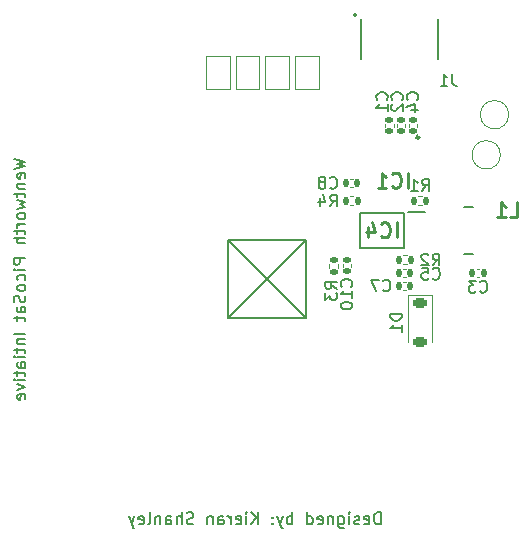
<source format=gbo>
G04 #@! TF.GenerationSoftware,KiCad,Pcbnew,7.0.2*
G04 #@! TF.CreationDate,2023-07-30T22:18:18-04:00*
G04 #@! TF.ProjectId,TopExternalFaceRev1,546f7045-7874-4657-926e-616c46616365,rev?*
G04 #@! TF.SameCoordinates,Original*
G04 #@! TF.FileFunction,Legend,Bot*
G04 #@! TF.FilePolarity,Positive*
%FSLAX46Y46*%
G04 Gerber Fmt 4.6, Leading zero omitted, Abs format (unit mm)*
G04 Created by KiCad (PCBNEW 7.0.2) date 2023-07-30 22:18:18*
%MOMM*%
%LPD*%
G01*
G04 APERTURE LIST*
G04 Aperture macros list*
%AMRoundRect*
0 Rectangle with rounded corners*
0 $1 Rounding radius*
0 $2 $3 $4 $5 $6 $7 $8 $9 X,Y pos of 4 corners*
0 Add a 4 corners polygon primitive as box body*
4,1,4,$2,$3,$4,$5,$6,$7,$8,$9,$2,$3,0*
0 Add four circle primitives for the rounded corners*
1,1,$1+$1,$2,$3*
1,1,$1+$1,$4,$5*
1,1,$1+$1,$6,$7*
1,1,$1+$1,$8,$9*
0 Add four rect primitives between the rounded corners*
20,1,$1+$1,$2,$3,$4,$5,0*
20,1,$1+$1,$4,$5,$6,$7,0*
20,1,$1+$1,$6,$7,$8,$9,0*
20,1,$1+$1,$8,$9,$2,$3,0*%
G04 Aperture macros list end*
%ADD10C,0.150000*%
%ADD11C,0.254000*%
%ADD12C,0.120000*%
%ADD13C,0.200000*%
%ADD14C,0.250000*%
%ADD15RoundRect,0.140000X-0.170000X0.140000X-0.170000X-0.140000X0.170000X-0.140000X0.170000X0.140000X0*%
%ADD16R,1.500000X1.000000*%
%ADD17C,2.000000*%
%ADD18RoundRect,0.135000X-0.135000X-0.185000X0.135000X-0.185000X0.135000X0.185000X-0.135000X0.185000X0*%
%ADD19R,0.740000X2.790000*%
%ADD20RoundRect,0.140000X0.140000X0.170000X-0.140000X0.170000X-0.140000X-0.170000X0.140000X-0.170000X0*%
%ADD21R,1.200000X3.700000*%
%ADD22RoundRect,0.140000X0.170000X-0.140000X0.170000X0.140000X-0.170000X0.140000X-0.170000X-0.140000X0*%
%ADD23RoundRect,0.135000X0.135000X0.185000X-0.135000X0.185000X-0.135000X-0.185000X0.135000X-0.185000X0*%
%ADD24RoundRect,0.140000X-0.140000X-0.170000X0.140000X-0.170000X0.140000X0.170000X-0.140000X0.170000X0*%
%ADD25R,0.700000X0.300000*%
%ADD26R,1.000000X1.700000*%
%ADD27RoundRect,0.135000X-0.185000X0.135000X-0.185000X-0.135000X0.185000X-0.135000X0.185000X0.135000X0*%
%ADD28R,1.475000X0.450000*%
%ADD29RoundRect,0.225000X-0.375000X0.225000X-0.375000X-0.225000X0.375000X-0.225000X0.375000X0.225000X0*%
G04 APERTURE END LIST*
D10*
X128600000Y-121800000D02*
X122000000Y-128400000D01*
X122000000Y-121800000D02*
X128600000Y-121800000D01*
X128600000Y-128400000D01*
X122000000Y-128400000D01*
X122000000Y-121800000D01*
X122000000Y-121800000D02*
X128600000Y-128400000D01*
X134961904Y-145877619D02*
X134961904Y-144877619D01*
X134961904Y-144877619D02*
X134723809Y-144877619D01*
X134723809Y-144877619D02*
X134580952Y-144925238D01*
X134580952Y-144925238D02*
X134485714Y-145020476D01*
X134485714Y-145020476D02*
X134438095Y-145115714D01*
X134438095Y-145115714D02*
X134390476Y-145306190D01*
X134390476Y-145306190D02*
X134390476Y-145449047D01*
X134390476Y-145449047D02*
X134438095Y-145639523D01*
X134438095Y-145639523D02*
X134485714Y-145734761D01*
X134485714Y-145734761D02*
X134580952Y-145830000D01*
X134580952Y-145830000D02*
X134723809Y-145877619D01*
X134723809Y-145877619D02*
X134961904Y-145877619D01*
X133580952Y-145830000D02*
X133676190Y-145877619D01*
X133676190Y-145877619D02*
X133866666Y-145877619D01*
X133866666Y-145877619D02*
X133961904Y-145830000D01*
X133961904Y-145830000D02*
X134009523Y-145734761D01*
X134009523Y-145734761D02*
X134009523Y-145353809D01*
X134009523Y-145353809D02*
X133961904Y-145258571D01*
X133961904Y-145258571D02*
X133866666Y-145210952D01*
X133866666Y-145210952D02*
X133676190Y-145210952D01*
X133676190Y-145210952D02*
X133580952Y-145258571D01*
X133580952Y-145258571D02*
X133533333Y-145353809D01*
X133533333Y-145353809D02*
X133533333Y-145449047D01*
X133533333Y-145449047D02*
X134009523Y-145544285D01*
X133152380Y-145830000D02*
X133057142Y-145877619D01*
X133057142Y-145877619D02*
X132866666Y-145877619D01*
X132866666Y-145877619D02*
X132771428Y-145830000D01*
X132771428Y-145830000D02*
X132723809Y-145734761D01*
X132723809Y-145734761D02*
X132723809Y-145687142D01*
X132723809Y-145687142D02*
X132771428Y-145591904D01*
X132771428Y-145591904D02*
X132866666Y-145544285D01*
X132866666Y-145544285D02*
X133009523Y-145544285D01*
X133009523Y-145544285D02*
X133104761Y-145496666D01*
X133104761Y-145496666D02*
X133152380Y-145401428D01*
X133152380Y-145401428D02*
X133152380Y-145353809D01*
X133152380Y-145353809D02*
X133104761Y-145258571D01*
X133104761Y-145258571D02*
X133009523Y-145210952D01*
X133009523Y-145210952D02*
X132866666Y-145210952D01*
X132866666Y-145210952D02*
X132771428Y-145258571D01*
X132295237Y-145877619D02*
X132295237Y-145210952D01*
X132295237Y-144877619D02*
X132342856Y-144925238D01*
X132342856Y-144925238D02*
X132295237Y-144972857D01*
X132295237Y-144972857D02*
X132247618Y-144925238D01*
X132247618Y-144925238D02*
X132295237Y-144877619D01*
X132295237Y-144877619D02*
X132295237Y-144972857D01*
X131390476Y-145210952D02*
X131390476Y-146020476D01*
X131390476Y-146020476D02*
X131438095Y-146115714D01*
X131438095Y-146115714D02*
X131485714Y-146163333D01*
X131485714Y-146163333D02*
X131580952Y-146210952D01*
X131580952Y-146210952D02*
X131723809Y-146210952D01*
X131723809Y-146210952D02*
X131819047Y-146163333D01*
X131390476Y-145830000D02*
X131485714Y-145877619D01*
X131485714Y-145877619D02*
X131676190Y-145877619D01*
X131676190Y-145877619D02*
X131771428Y-145830000D01*
X131771428Y-145830000D02*
X131819047Y-145782380D01*
X131819047Y-145782380D02*
X131866666Y-145687142D01*
X131866666Y-145687142D02*
X131866666Y-145401428D01*
X131866666Y-145401428D02*
X131819047Y-145306190D01*
X131819047Y-145306190D02*
X131771428Y-145258571D01*
X131771428Y-145258571D02*
X131676190Y-145210952D01*
X131676190Y-145210952D02*
X131485714Y-145210952D01*
X131485714Y-145210952D02*
X131390476Y-145258571D01*
X130914285Y-145210952D02*
X130914285Y-145877619D01*
X130914285Y-145306190D02*
X130866666Y-145258571D01*
X130866666Y-145258571D02*
X130771428Y-145210952D01*
X130771428Y-145210952D02*
X130628571Y-145210952D01*
X130628571Y-145210952D02*
X130533333Y-145258571D01*
X130533333Y-145258571D02*
X130485714Y-145353809D01*
X130485714Y-145353809D02*
X130485714Y-145877619D01*
X129628571Y-145830000D02*
X129723809Y-145877619D01*
X129723809Y-145877619D02*
X129914285Y-145877619D01*
X129914285Y-145877619D02*
X130009523Y-145830000D01*
X130009523Y-145830000D02*
X130057142Y-145734761D01*
X130057142Y-145734761D02*
X130057142Y-145353809D01*
X130057142Y-145353809D02*
X130009523Y-145258571D01*
X130009523Y-145258571D02*
X129914285Y-145210952D01*
X129914285Y-145210952D02*
X129723809Y-145210952D01*
X129723809Y-145210952D02*
X129628571Y-145258571D01*
X129628571Y-145258571D02*
X129580952Y-145353809D01*
X129580952Y-145353809D02*
X129580952Y-145449047D01*
X129580952Y-145449047D02*
X130057142Y-145544285D01*
X128723809Y-145877619D02*
X128723809Y-144877619D01*
X128723809Y-145830000D02*
X128819047Y-145877619D01*
X128819047Y-145877619D02*
X129009523Y-145877619D01*
X129009523Y-145877619D02*
X129104761Y-145830000D01*
X129104761Y-145830000D02*
X129152380Y-145782380D01*
X129152380Y-145782380D02*
X129199999Y-145687142D01*
X129199999Y-145687142D02*
X129199999Y-145401428D01*
X129199999Y-145401428D02*
X129152380Y-145306190D01*
X129152380Y-145306190D02*
X129104761Y-145258571D01*
X129104761Y-145258571D02*
X129009523Y-145210952D01*
X129009523Y-145210952D02*
X128819047Y-145210952D01*
X128819047Y-145210952D02*
X128723809Y-145258571D01*
X127485713Y-145877619D02*
X127485713Y-144877619D01*
X127485713Y-145258571D02*
X127390475Y-145210952D01*
X127390475Y-145210952D02*
X127199999Y-145210952D01*
X127199999Y-145210952D02*
X127104761Y-145258571D01*
X127104761Y-145258571D02*
X127057142Y-145306190D01*
X127057142Y-145306190D02*
X127009523Y-145401428D01*
X127009523Y-145401428D02*
X127009523Y-145687142D01*
X127009523Y-145687142D02*
X127057142Y-145782380D01*
X127057142Y-145782380D02*
X127104761Y-145830000D01*
X127104761Y-145830000D02*
X127199999Y-145877619D01*
X127199999Y-145877619D02*
X127390475Y-145877619D01*
X127390475Y-145877619D02*
X127485713Y-145830000D01*
X126676189Y-145210952D02*
X126438094Y-145877619D01*
X126199999Y-145210952D02*
X126438094Y-145877619D01*
X126438094Y-145877619D02*
X126533332Y-146115714D01*
X126533332Y-146115714D02*
X126580951Y-146163333D01*
X126580951Y-146163333D02*
X126676189Y-146210952D01*
X125819046Y-145782380D02*
X125771427Y-145830000D01*
X125771427Y-145830000D02*
X125819046Y-145877619D01*
X125819046Y-145877619D02*
X125866665Y-145830000D01*
X125866665Y-145830000D02*
X125819046Y-145782380D01*
X125819046Y-145782380D02*
X125819046Y-145877619D01*
X125819046Y-145258571D02*
X125771427Y-145306190D01*
X125771427Y-145306190D02*
X125819046Y-145353809D01*
X125819046Y-145353809D02*
X125866665Y-145306190D01*
X125866665Y-145306190D02*
X125819046Y-145258571D01*
X125819046Y-145258571D02*
X125819046Y-145353809D01*
X124580951Y-145877619D02*
X124580951Y-144877619D01*
X124009523Y-145877619D02*
X124438094Y-145306190D01*
X124009523Y-144877619D02*
X124580951Y-145449047D01*
X123580951Y-145877619D02*
X123580951Y-145210952D01*
X123580951Y-144877619D02*
X123628570Y-144925238D01*
X123628570Y-144925238D02*
X123580951Y-144972857D01*
X123580951Y-144972857D02*
X123533332Y-144925238D01*
X123533332Y-144925238D02*
X123580951Y-144877619D01*
X123580951Y-144877619D02*
X123580951Y-144972857D01*
X122723809Y-145830000D02*
X122819047Y-145877619D01*
X122819047Y-145877619D02*
X123009523Y-145877619D01*
X123009523Y-145877619D02*
X123104761Y-145830000D01*
X123104761Y-145830000D02*
X123152380Y-145734761D01*
X123152380Y-145734761D02*
X123152380Y-145353809D01*
X123152380Y-145353809D02*
X123104761Y-145258571D01*
X123104761Y-145258571D02*
X123009523Y-145210952D01*
X123009523Y-145210952D02*
X122819047Y-145210952D01*
X122819047Y-145210952D02*
X122723809Y-145258571D01*
X122723809Y-145258571D02*
X122676190Y-145353809D01*
X122676190Y-145353809D02*
X122676190Y-145449047D01*
X122676190Y-145449047D02*
X123152380Y-145544285D01*
X122247618Y-145877619D02*
X122247618Y-145210952D01*
X122247618Y-145401428D02*
X122199999Y-145306190D01*
X122199999Y-145306190D02*
X122152380Y-145258571D01*
X122152380Y-145258571D02*
X122057142Y-145210952D01*
X122057142Y-145210952D02*
X121961904Y-145210952D01*
X121199999Y-145877619D02*
X121199999Y-145353809D01*
X121199999Y-145353809D02*
X121247618Y-145258571D01*
X121247618Y-145258571D02*
X121342856Y-145210952D01*
X121342856Y-145210952D02*
X121533332Y-145210952D01*
X121533332Y-145210952D02*
X121628570Y-145258571D01*
X121199999Y-145830000D02*
X121295237Y-145877619D01*
X121295237Y-145877619D02*
X121533332Y-145877619D01*
X121533332Y-145877619D02*
X121628570Y-145830000D01*
X121628570Y-145830000D02*
X121676189Y-145734761D01*
X121676189Y-145734761D02*
X121676189Y-145639523D01*
X121676189Y-145639523D02*
X121628570Y-145544285D01*
X121628570Y-145544285D02*
X121533332Y-145496666D01*
X121533332Y-145496666D02*
X121295237Y-145496666D01*
X121295237Y-145496666D02*
X121199999Y-145449047D01*
X120723808Y-145210952D02*
X120723808Y-145877619D01*
X120723808Y-145306190D02*
X120676189Y-145258571D01*
X120676189Y-145258571D02*
X120580951Y-145210952D01*
X120580951Y-145210952D02*
X120438094Y-145210952D01*
X120438094Y-145210952D02*
X120342856Y-145258571D01*
X120342856Y-145258571D02*
X120295237Y-145353809D01*
X120295237Y-145353809D02*
X120295237Y-145877619D01*
X119104760Y-145830000D02*
X118961903Y-145877619D01*
X118961903Y-145877619D02*
X118723808Y-145877619D01*
X118723808Y-145877619D02*
X118628570Y-145830000D01*
X118628570Y-145830000D02*
X118580951Y-145782380D01*
X118580951Y-145782380D02*
X118533332Y-145687142D01*
X118533332Y-145687142D02*
X118533332Y-145591904D01*
X118533332Y-145591904D02*
X118580951Y-145496666D01*
X118580951Y-145496666D02*
X118628570Y-145449047D01*
X118628570Y-145449047D02*
X118723808Y-145401428D01*
X118723808Y-145401428D02*
X118914284Y-145353809D01*
X118914284Y-145353809D02*
X119009522Y-145306190D01*
X119009522Y-145306190D02*
X119057141Y-145258571D01*
X119057141Y-145258571D02*
X119104760Y-145163333D01*
X119104760Y-145163333D02*
X119104760Y-145068095D01*
X119104760Y-145068095D02*
X119057141Y-144972857D01*
X119057141Y-144972857D02*
X119009522Y-144925238D01*
X119009522Y-144925238D02*
X118914284Y-144877619D01*
X118914284Y-144877619D02*
X118676189Y-144877619D01*
X118676189Y-144877619D02*
X118533332Y-144925238D01*
X118104760Y-145877619D02*
X118104760Y-144877619D01*
X117676189Y-145877619D02*
X117676189Y-145353809D01*
X117676189Y-145353809D02*
X117723808Y-145258571D01*
X117723808Y-145258571D02*
X117819046Y-145210952D01*
X117819046Y-145210952D02*
X117961903Y-145210952D01*
X117961903Y-145210952D02*
X118057141Y-145258571D01*
X118057141Y-145258571D02*
X118104760Y-145306190D01*
X116771427Y-145877619D02*
X116771427Y-145353809D01*
X116771427Y-145353809D02*
X116819046Y-145258571D01*
X116819046Y-145258571D02*
X116914284Y-145210952D01*
X116914284Y-145210952D02*
X117104760Y-145210952D01*
X117104760Y-145210952D02*
X117199998Y-145258571D01*
X116771427Y-145830000D02*
X116866665Y-145877619D01*
X116866665Y-145877619D02*
X117104760Y-145877619D01*
X117104760Y-145877619D02*
X117199998Y-145830000D01*
X117199998Y-145830000D02*
X117247617Y-145734761D01*
X117247617Y-145734761D02*
X117247617Y-145639523D01*
X117247617Y-145639523D02*
X117199998Y-145544285D01*
X117199998Y-145544285D02*
X117104760Y-145496666D01*
X117104760Y-145496666D02*
X116866665Y-145496666D01*
X116866665Y-145496666D02*
X116771427Y-145449047D01*
X116295236Y-145210952D02*
X116295236Y-145877619D01*
X116295236Y-145306190D02*
X116247617Y-145258571D01*
X116247617Y-145258571D02*
X116152379Y-145210952D01*
X116152379Y-145210952D02*
X116009522Y-145210952D01*
X116009522Y-145210952D02*
X115914284Y-145258571D01*
X115914284Y-145258571D02*
X115866665Y-145353809D01*
X115866665Y-145353809D02*
X115866665Y-145877619D01*
X115247617Y-145877619D02*
X115342855Y-145830000D01*
X115342855Y-145830000D02*
X115390474Y-145734761D01*
X115390474Y-145734761D02*
X115390474Y-144877619D01*
X114485712Y-145830000D02*
X114580950Y-145877619D01*
X114580950Y-145877619D02*
X114771426Y-145877619D01*
X114771426Y-145877619D02*
X114866664Y-145830000D01*
X114866664Y-145830000D02*
X114914283Y-145734761D01*
X114914283Y-145734761D02*
X114914283Y-145353809D01*
X114914283Y-145353809D02*
X114866664Y-145258571D01*
X114866664Y-145258571D02*
X114771426Y-145210952D01*
X114771426Y-145210952D02*
X114580950Y-145210952D01*
X114580950Y-145210952D02*
X114485712Y-145258571D01*
X114485712Y-145258571D02*
X114438093Y-145353809D01*
X114438093Y-145353809D02*
X114438093Y-145449047D01*
X114438093Y-145449047D02*
X114914283Y-145544285D01*
X114104759Y-145210952D02*
X113866664Y-145877619D01*
X113628569Y-145210952D02*
X113866664Y-145877619D01*
X113866664Y-145877619D02*
X113961902Y-146115714D01*
X113961902Y-146115714D02*
X114009521Y-146163333D01*
X114009521Y-146163333D02*
X114104759Y-146210952D01*
X103877619Y-114942857D02*
X104877619Y-115180952D01*
X104877619Y-115180952D02*
X104163333Y-115371428D01*
X104163333Y-115371428D02*
X104877619Y-115561904D01*
X104877619Y-115561904D02*
X103877619Y-115800000D01*
X104830000Y-116561904D02*
X104877619Y-116466666D01*
X104877619Y-116466666D02*
X104877619Y-116276190D01*
X104877619Y-116276190D02*
X104830000Y-116180952D01*
X104830000Y-116180952D02*
X104734761Y-116133333D01*
X104734761Y-116133333D02*
X104353809Y-116133333D01*
X104353809Y-116133333D02*
X104258571Y-116180952D01*
X104258571Y-116180952D02*
X104210952Y-116276190D01*
X104210952Y-116276190D02*
X104210952Y-116466666D01*
X104210952Y-116466666D02*
X104258571Y-116561904D01*
X104258571Y-116561904D02*
X104353809Y-116609523D01*
X104353809Y-116609523D02*
X104449047Y-116609523D01*
X104449047Y-116609523D02*
X104544285Y-116133333D01*
X104210952Y-117038095D02*
X104877619Y-117038095D01*
X104306190Y-117038095D02*
X104258571Y-117085714D01*
X104258571Y-117085714D02*
X104210952Y-117180952D01*
X104210952Y-117180952D02*
X104210952Y-117323809D01*
X104210952Y-117323809D02*
X104258571Y-117419047D01*
X104258571Y-117419047D02*
X104353809Y-117466666D01*
X104353809Y-117466666D02*
X104877619Y-117466666D01*
X104210952Y-117800000D02*
X104210952Y-118180952D01*
X103877619Y-117942857D02*
X104734761Y-117942857D01*
X104734761Y-117942857D02*
X104830000Y-117990476D01*
X104830000Y-117990476D02*
X104877619Y-118085714D01*
X104877619Y-118085714D02*
X104877619Y-118180952D01*
X104210952Y-118419048D02*
X104877619Y-118609524D01*
X104877619Y-118609524D02*
X104401428Y-118800000D01*
X104401428Y-118800000D02*
X104877619Y-118990476D01*
X104877619Y-118990476D02*
X104210952Y-119180952D01*
X104877619Y-119704762D02*
X104830000Y-119609524D01*
X104830000Y-119609524D02*
X104782380Y-119561905D01*
X104782380Y-119561905D02*
X104687142Y-119514286D01*
X104687142Y-119514286D02*
X104401428Y-119514286D01*
X104401428Y-119514286D02*
X104306190Y-119561905D01*
X104306190Y-119561905D02*
X104258571Y-119609524D01*
X104258571Y-119609524D02*
X104210952Y-119704762D01*
X104210952Y-119704762D02*
X104210952Y-119847619D01*
X104210952Y-119847619D02*
X104258571Y-119942857D01*
X104258571Y-119942857D02*
X104306190Y-119990476D01*
X104306190Y-119990476D02*
X104401428Y-120038095D01*
X104401428Y-120038095D02*
X104687142Y-120038095D01*
X104687142Y-120038095D02*
X104782380Y-119990476D01*
X104782380Y-119990476D02*
X104830000Y-119942857D01*
X104830000Y-119942857D02*
X104877619Y-119847619D01*
X104877619Y-119847619D02*
X104877619Y-119704762D01*
X104877619Y-120466667D02*
X104210952Y-120466667D01*
X104401428Y-120466667D02*
X104306190Y-120514286D01*
X104306190Y-120514286D02*
X104258571Y-120561905D01*
X104258571Y-120561905D02*
X104210952Y-120657143D01*
X104210952Y-120657143D02*
X104210952Y-120752381D01*
X104210952Y-120942858D02*
X104210952Y-121323810D01*
X103877619Y-121085715D02*
X104734761Y-121085715D01*
X104734761Y-121085715D02*
X104830000Y-121133334D01*
X104830000Y-121133334D02*
X104877619Y-121228572D01*
X104877619Y-121228572D02*
X104877619Y-121323810D01*
X104877619Y-121657144D02*
X103877619Y-121657144D01*
X104877619Y-122085715D02*
X104353809Y-122085715D01*
X104353809Y-122085715D02*
X104258571Y-122038096D01*
X104258571Y-122038096D02*
X104210952Y-121942858D01*
X104210952Y-121942858D02*
X104210952Y-121800001D01*
X104210952Y-121800001D02*
X104258571Y-121704763D01*
X104258571Y-121704763D02*
X104306190Y-121657144D01*
X104877619Y-123323811D02*
X103877619Y-123323811D01*
X103877619Y-123323811D02*
X103877619Y-123704763D01*
X103877619Y-123704763D02*
X103925238Y-123800001D01*
X103925238Y-123800001D02*
X103972857Y-123847620D01*
X103972857Y-123847620D02*
X104068095Y-123895239D01*
X104068095Y-123895239D02*
X104210952Y-123895239D01*
X104210952Y-123895239D02*
X104306190Y-123847620D01*
X104306190Y-123847620D02*
X104353809Y-123800001D01*
X104353809Y-123800001D02*
X104401428Y-123704763D01*
X104401428Y-123704763D02*
X104401428Y-123323811D01*
X104877619Y-124323811D02*
X104210952Y-124323811D01*
X103877619Y-124323811D02*
X103925238Y-124276192D01*
X103925238Y-124276192D02*
X103972857Y-124323811D01*
X103972857Y-124323811D02*
X103925238Y-124371430D01*
X103925238Y-124371430D02*
X103877619Y-124323811D01*
X103877619Y-124323811D02*
X103972857Y-124323811D01*
X104830000Y-125228572D02*
X104877619Y-125133334D01*
X104877619Y-125133334D02*
X104877619Y-124942858D01*
X104877619Y-124942858D02*
X104830000Y-124847620D01*
X104830000Y-124847620D02*
X104782380Y-124800001D01*
X104782380Y-124800001D02*
X104687142Y-124752382D01*
X104687142Y-124752382D02*
X104401428Y-124752382D01*
X104401428Y-124752382D02*
X104306190Y-124800001D01*
X104306190Y-124800001D02*
X104258571Y-124847620D01*
X104258571Y-124847620D02*
X104210952Y-124942858D01*
X104210952Y-124942858D02*
X104210952Y-125133334D01*
X104210952Y-125133334D02*
X104258571Y-125228572D01*
X104877619Y-125800001D02*
X104830000Y-125704763D01*
X104830000Y-125704763D02*
X104782380Y-125657144D01*
X104782380Y-125657144D02*
X104687142Y-125609525D01*
X104687142Y-125609525D02*
X104401428Y-125609525D01*
X104401428Y-125609525D02*
X104306190Y-125657144D01*
X104306190Y-125657144D02*
X104258571Y-125704763D01*
X104258571Y-125704763D02*
X104210952Y-125800001D01*
X104210952Y-125800001D02*
X104210952Y-125942858D01*
X104210952Y-125942858D02*
X104258571Y-126038096D01*
X104258571Y-126038096D02*
X104306190Y-126085715D01*
X104306190Y-126085715D02*
X104401428Y-126133334D01*
X104401428Y-126133334D02*
X104687142Y-126133334D01*
X104687142Y-126133334D02*
X104782380Y-126085715D01*
X104782380Y-126085715D02*
X104830000Y-126038096D01*
X104830000Y-126038096D02*
X104877619Y-125942858D01*
X104877619Y-125942858D02*
X104877619Y-125800001D01*
X104830000Y-126514287D02*
X104877619Y-126657144D01*
X104877619Y-126657144D02*
X104877619Y-126895239D01*
X104877619Y-126895239D02*
X104830000Y-126990477D01*
X104830000Y-126990477D02*
X104782380Y-127038096D01*
X104782380Y-127038096D02*
X104687142Y-127085715D01*
X104687142Y-127085715D02*
X104591904Y-127085715D01*
X104591904Y-127085715D02*
X104496666Y-127038096D01*
X104496666Y-127038096D02*
X104449047Y-126990477D01*
X104449047Y-126990477D02*
X104401428Y-126895239D01*
X104401428Y-126895239D02*
X104353809Y-126704763D01*
X104353809Y-126704763D02*
X104306190Y-126609525D01*
X104306190Y-126609525D02*
X104258571Y-126561906D01*
X104258571Y-126561906D02*
X104163333Y-126514287D01*
X104163333Y-126514287D02*
X104068095Y-126514287D01*
X104068095Y-126514287D02*
X103972857Y-126561906D01*
X103972857Y-126561906D02*
X103925238Y-126609525D01*
X103925238Y-126609525D02*
X103877619Y-126704763D01*
X103877619Y-126704763D02*
X103877619Y-126942858D01*
X103877619Y-126942858D02*
X103925238Y-127085715D01*
X104877619Y-127942858D02*
X104353809Y-127942858D01*
X104353809Y-127942858D02*
X104258571Y-127895239D01*
X104258571Y-127895239D02*
X104210952Y-127800001D01*
X104210952Y-127800001D02*
X104210952Y-127609525D01*
X104210952Y-127609525D02*
X104258571Y-127514287D01*
X104830000Y-127942858D02*
X104877619Y-127847620D01*
X104877619Y-127847620D02*
X104877619Y-127609525D01*
X104877619Y-127609525D02*
X104830000Y-127514287D01*
X104830000Y-127514287D02*
X104734761Y-127466668D01*
X104734761Y-127466668D02*
X104639523Y-127466668D01*
X104639523Y-127466668D02*
X104544285Y-127514287D01*
X104544285Y-127514287D02*
X104496666Y-127609525D01*
X104496666Y-127609525D02*
X104496666Y-127847620D01*
X104496666Y-127847620D02*
X104449047Y-127942858D01*
X104210952Y-128276192D02*
X104210952Y-128657144D01*
X103877619Y-128419049D02*
X104734761Y-128419049D01*
X104734761Y-128419049D02*
X104830000Y-128466668D01*
X104830000Y-128466668D02*
X104877619Y-128561906D01*
X104877619Y-128561906D02*
X104877619Y-128657144D01*
X104877619Y-129752383D02*
X103877619Y-129752383D01*
X104210952Y-130228573D02*
X104877619Y-130228573D01*
X104306190Y-130228573D02*
X104258571Y-130276192D01*
X104258571Y-130276192D02*
X104210952Y-130371430D01*
X104210952Y-130371430D02*
X104210952Y-130514287D01*
X104210952Y-130514287D02*
X104258571Y-130609525D01*
X104258571Y-130609525D02*
X104353809Y-130657144D01*
X104353809Y-130657144D02*
X104877619Y-130657144D01*
X104210952Y-130990478D02*
X104210952Y-131371430D01*
X103877619Y-131133335D02*
X104734761Y-131133335D01*
X104734761Y-131133335D02*
X104830000Y-131180954D01*
X104830000Y-131180954D02*
X104877619Y-131276192D01*
X104877619Y-131276192D02*
X104877619Y-131371430D01*
X104877619Y-131704764D02*
X104210952Y-131704764D01*
X103877619Y-131704764D02*
X103925238Y-131657145D01*
X103925238Y-131657145D02*
X103972857Y-131704764D01*
X103972857Y-131704764D02*
X103925238Y-131752383D01*
X103925238Y-131752383D02*
X103877619Y-131704764D01*
X103877619Y-131704764D02*
X103972857Y-131704764D01*
X104877619Y-132609525D02*
X104353809Y-132609525D01*
X104353809Y-132609525D02*
X104258571Y-132561906D01*
X104258571Y-132561906D02*
X104210952Y-132466668D01*
X104210952Y-132466668D02*
X104210952Y-132276192D01*
X104210952Y-132276192D02*
X104258571Y-132180954D01*
X104830000Y-132609525D02*
X104877619Y-132514287D01*
X104877619Y-132514287D02*
X104877619Y-132276192D01*
X104877619Y-132276192D02*
X104830000Y-132180954D01*
X104830000Y-132180954D02*
X104734761Y-132133335D01*
X104734761Y-132133335D02*
X104639523Y-132133335D01*
X104639523Y-132133335D02*
X104544285Y-132180954D01*
X104544285Y-132180954D02*
X104496666Y-132276192D01*
X104496666Y-132276192D02*
X104496666Y-132514287D01*
X104496666Y-132514287D02*
X104449047Y-132609525D01*
X104210952Y-132942859D02*
X104210952Y-133323811D01*
X103877619Y-133085716D02*
X104734761Y-133085716D01*
X104734761Y-133085716D02*
X104830000Y-133133335D01*
X104830000Y-133133335D02*
X104877619Y-133228573D01*
X104877619Y-133228573D02*
X104877619Y-133323811D01*
X104877619Y-133657145D02*
X104210952Y-133657145D01*
X103877619Y-133657145D02*
X103925238Y-133609526D01*
X103925238Y-133609526D02*
X103972857Y-133657145D01*
X103972857Y-133657145D02*
X103925238Y-133704764D01*
X103925238Y-133704764D02*
X103877619Y-133657145D01*
X103877619Y-133657145D02*
X103972857Y-133657145D01*
X104210952Y-134038097D02*
X104877619Y-134276192D01*
X104877619Y-134276192D02*
X104210952Y-134514287D01*
X104830000Y-135276192D02*
X104877619Y-135180954D01*
X104877619Y-135180954D02*
X104877619Y-134990478D01*
X104877619Y-134990478D02*
X104830000Y-134895240D01*
X104830000Y-134895240D02*
X104734761Y-134847621D01*
X104734761Y-134847621D02*
X104353809Y-134847621D01*
X104353809Y-134847621D02*
X104258571Y-134895240D01*
X104258571Y-134895240D02*
X104210952Y-134990478D01*
X104210952Y-134990478D02*
X104210952Y-135180954D01*
X104210952Y-135180954D02*
X104258571Y-135276192D01*
X104258571Y-135276192D02*
X104353809Y-135323811D01*
X104353809Y-135323811D02*
X104449047Y-135323811D01*
X104449047Y-135323811D02*
X104544285Y-134847621D01*
X132467380Y-125757142D02*
X132515000Y-125709523D01*
X132515000Y-125709523D02*
X132562619Y-125566666D01*
X132562619Y-125566666D02*
X132562619Y-125471428D01*
X132562619Y-125471428D02*
X132515000Y-125328571D01*
X132515000Y-125328571D02*
X132419761Y-125233333D01*
X132419761Y-125233333D02*
X132324523Y-125185714D01*
X132324523Y-125185714D02*
X132134047Y-125138095D01*
X132134047Y-125138095D02*
X131991190Y-125138095D01*
X131991190Y-125138095D02*
X131800714Y-125185714D01*
X131800714Y-125185714D02*
X131705476Y-125233333D01*
X131705476Y-125233333D02*
X131610238Y-125328571D01*
X131610238Y-125328571D02*
X131562619Y-125471428D01*
X131562619Y-125471428D02*
X131562619Y-125566666D01*
X131562619Y-125566666D02*
X131610238Y-125709523D01*
X131610238Y-125709523D02*
X131657857Y-125757142D01*
X132562619Y-126709523D02*
X132562619Y-126138095D01*
X132562619Y-126423809D02*
X131562619Y-126423809D01*
X131562619Y-126423809D02*
X131705476Y-126328571D01*
X131705476Y-126328571D02*
X131800714Y-126233333D01*
X131800714Y-126233333D02*
X131848333Y-126138095D01*
X131562619Y-127328571D02*
X131562619Y-127423809D01*
X131562619Y-127423809D02*
X131610238Y-127519047D01*
X131610238Y-127519047D02*
X131657857Y-127566666D01*
X131657857Y-127566666D02*
X131753095Y-127614285D01*
X131753095Y-127614285D02*
X131943571Y-127661904D01*
X131943571Y-127661904D02*
X132181666Y-127661904D01*
X132181666Y-127661904D02*
X132372142Y-127614285D01*
X132372142Y-127614285D02*
X132467380Y-127566666D01*
X132467380Y-127566666D02*
X132515000Y-127519047D01*
X132515000Y-127519047D02*
X132562619Y-127423809D01*
X132562619Y-127423809D02*
X132562619Y-127328571D01*
X132562619Y-127328571D02*
X132515000Y-127233333D01*
X132515000Y-127233333D02*
X132467380Y-127185714D01*
X132467380Y-127185714D02*
X132372142Y-127138095D01*
X132372142Y-127138095D02*
X132181666Y-127090476D01*
X132181666Y-127090476D02*
X131943571Y-127090476D01*
X131943571Y-127090476D02*
X131753095Y-127138095D01*
X131753095Y-127138095D02*
X131657857Y-127185714D01*
X131657857Y-127185714D02*
X131610238Y-127233333D01*
X131610238Y-127233333D02*
X131562619Y-127328571D01*
X138476666Y-117662619D02*
X138809999Y-117186428D01*
X139048094Y-117662619D02*
X139048094Y-116662619D01*
X139048094Y-116662619D02*
X138667142Y-116662619D01*
X138667142Y-116662619D02*
X138571904Y-116710238D01*
X138571904Y-116710238D02*
X138524285Y-116757857D01*
X138524285Y-116757857D02*
X138476666Y-116853095D01*
X138476666Y-116853095D02*
X138476666Y-116995952D01*
X138476666Y-116995952D02*
X138524285Y-117091190D01*
X138524285Y-117091190D02*
X138571904Y-117138809D01*
X138571904Y-117138809D02*
X138667142Y-117186428D01*
X138667142Y-117186428D02*
X139048094Y-117186428D01*
X137524285Y-117662619D02*
X138095713Y-117662619D01*
X137809999Y-117662619D02*
X137809999Y-116662619D01*
X137809999Y-116662619D02*
X137905237Y-116805476D01*
X137905237Y-116805476D02*
X138000475Y-116900714D01*
X138000475Y-116900714D02*
X138095713Y-116948333D01*
X141033333Y-107762619D02*
X141033333Y-108476904D01*
X141033333Y-108476904D02*
X141080952Y-108619761D01*
X141080952Y-108619761D02*
X141176190Y-108715000D01*
X141176190Y-108715000D02*
X141319047Y-108762619D01*
X141319047Y-108762619D02*
X141414285Y-108762619D01*
X140033333Y-108762619D02*
X140604761Y-108762619D01*
X140319047Y-108762619D02*
X140319047Y-107762619D01*
X140319047Y-107762619D02*
X140414285Y-107905476D01*
X140414285Y-107905476D02*
X140509523Y-108000714D01*
X140509523Y-108000714D02*
X140604761Y-108048333D01*
X138067380Y-109933333D02*
X138115000Y-109885714D01*
X138115000Y-109885714D02*
X138162619Y-109742857D01*
X138162619Y-109742857D02*
X138162619Y-109647619D01*
X138162619Y-109647619D02*
X138115000Y-109504762D01*
X138115000Y-109504762D02*
X138019761Y-109409524D01*
X138019761Y-109409524D02*
X137924523Y-109361905D01*
X137924523Y-109361905D02*
X137734047Y-109314286D01*
X137734047Y-109314286D02*
X137591190Y-109314286D01*
X137591190Y-109314286D02*
X137400714Y-109361905D01*
X137400714Y-109361905D02*
X137305476Y-109409524D01*
X137305476Y-109409524D02*
X137210238Y-109504762D01*
X137210238Y-109504762D02*
X137162619Y-109647619D01*
X137162619Y-109647619D02*
X137162619Y-109742857D01*
X137162619Y-109742857D02*
X137210238Y-109885714D01*
X137210238Y-109885714D02*
X137257857Y-109933333D01*
X137495952Y-110790476D02*
X138162619Y-110790476D01*
X137115000Y-110552381D02*
X137829285Y-110314286D01*
X137829285Y-110314286D02*
X137829285Y-110933333D01*
X135166666Y-126067380D02*
X135214285Y-126115000D01*
X135214285Y-126115000D02*
X135357142Y-126162619D01*
X135357142Y-126162619D02*
X135452380Y-126162619D01*
X135452380Y-126162619D02*
X135595237Y-126115000D01*
X135595237Y-126115000D02*
X135690475Y-126019761D01*
X135690475Y-126019761D02*
X135738094Y-125924523D01*
X135738094Y-125924523D02*
X135785713Y-125734047D01*
X135785713Y-125734047D02*
X135785713Y-125591190D01*
X135785713Y-125591190D02*
X135738094Y-125400714D01*
X135738094Y-125400714D02*
X135690475Y-125305476D01*
X135690475Y-125305476D02*
X135595237Y-125210238D01*
X135595237Y-125210238D02*
X135452380Y-125162619D01*
X135452380Y-125162619D02*
X135357142Y-125162619D01*
X135357142Y-125162619D02*
X135214285Y-125210238D01*
X135214285Y-125210238D02*
X135166666Y-125257857D01*
X134833332Y-125162619D02*
X134166666Y-125162619D01*
X134166666Y-125162619D02*
X134595237Y-126162619D01*
D11*
X145911666Y-119887526D02*
X146516428Y-119887526D01*
X146516428Y-119887526D02*
X146516428Y-118617526D01*
X144823094Y-119887526D02*
X145548809Y-119887526D01*
X145185952Y-119887526D02*
X145185952Y-118617526D01*
X145185952Y-118617526D02*
X145306904Y-118798954D01*
X145306904Y-118798954D02*
X145427856Y-118919907D01*
X145427856Y-118919907D02*
X145548809Y-118980383D01*
D10*
X135467380Y-109933333D02*
X135515000Y-109885714D01*
X135515000Y-109885714D02*
X135562619Y-109742857D01*
X135562619Y-109742857D02*
X135562619Y-109647619D01*
X135562619Y-109647619D02*
X135515000Y-109504762D01*
X135515000Y-109504762D02*
X135419761Y-109409524D01*
X135419761Y-109409524D02*
X135324523Y-109361905D01*
X135324523Y-109361905D02*
X135134047Y-109314286D01*
X135134047Y-109314286D02*
X134991190Y-109314286D01*
X134991190Y-109314286D02*
X134800714Y-109361905D01*
X134800714Y-109361905D02*
X134705476Y-109409524D01*
X134705476Y-109409524D02*
X134610238Y-109504762D01*
X134610238Y-109504762D02*
X134562619Y-109647619D01*
X134562619Y-109647619D02*
X134562619Y-109742857D01*
X134562619Y-109742857D02*
X134610238Y-109885714D01*
X134610238Y-109885714D02*
X134657857Y-109933333D01*
X135562619Y-110885714D02*
X135562619Y-110314286D01*
X135562619Y-110600000D02*
X134562619Y-110600000D01*
X134562619Y-110600000D02*
X134705476Y-110504762D01*
X134705476Y-110504762D02*
X134800714Y-110409524D01*
X134800714Y-110409524D02*
X134848333Y-110314286D01*
X139366666Y-123962619D02*
X139699999Y-123486428D01*
X139938094Y-123962619D02*
X139938094Y-122962619D01*
X139938094Y-122962619D02*
X139557142Y-122962619D01*
X139557142Y-122962619D02*
X139461904Y-123010238D01*
X139461904Y-123010238D02*
X139414285Y-123057857D01*
X139414285Y-123057857D02*
X139366666Y-123153095D01*
X139366666Y-123153095D02*
X139366666Y-123295952D01*
X139366666Y-123295952D02*
X139414285Y-123391190D01*
X139414285Y-123391190D02*
X139461904Y-123438809D01*
X139461904Y-123438809D02*
X139557142Y-123486428D01*
X139557142Y-123486428D02*
X139938094Y-123486428D01*
X138985713Y-123057857D02*
X138938094Y-123010238D01*
X138938094Y-123010238D02*
X138842856Y-122962619D01*
X138842856Y-122962619D02*
X138604761Y-122962619D01*
X138604761Y-122962619D02*
X138509523Y-123010238D01*
X138509523Y-123010238D02*
X138461904Y-123057857D01*
X138461904Y-123057857D02*
X138414285Y-123153095D01*
X138414285Y-123153095D02*
X138414285Y-123248333D01*
X138414285Y-123248333D02*
X138461904Y-123391190D01*
X138461904Y-123391190D02*
X139033332Y-123962619D01*
X139033332Y-123962619D02*
X138414285Y-123962619D01*
X143366666Y-126167380D02*
X143414285Y-126215000D01*
X143414285Y-126215000D02*
X143557142Y-126262619D01*
X143557142Y-126262619D02*
X143652380Y-126262619D01*
X143652380Y-126262619D02*
X143795237Y-126215000D01*
X143795237Y-126215000D02*
X143890475Y-126119761D01*
X143890475Y-126119761D02*
X143938094Y-126024523D01*
X143938094Y-126024523D02*
X143985713Y-125834047D01*
X143985713Y-125834047D02*
X143985713Y-125691190D01*
X143985713Y-125691190D02*
X143938094Y-125500714D01*
X143938094Y-125500714D02*
X143890475Y-125405476D01*
X143890475Y-125405476D02*
X143795237Y-125310238D01*
X143795237Y-125310238D02*
X143652380Y-125262619D01*
X143652380Y-125262619D02*
X143557142Y-125262619D01*
X143557142Y-125262619D02*
X143414285Y-125310238D01*
X143414285Y-125310238D02*
X143366666Y-125357857D01*
X143033332Y-125262619D02*
X142414285Y-125262619D01*
X142414285Y-125262619D02*
X142747618Y-125643571D01*
X142747618Y-125643571D02*
X142604761Y-125643571D01*
X142604761Y-125643571D02*
X142509523Y-125691190D01*
X142509523Y-125691190D02*
X142461904Y-125738809D01*
X142461904Y-125738809D02*
X142414285Y-125834047D01*
X142414285Y-125834047D02*
X142414285Y-126072142D01*
X142414285Y-126072142D02*
X142461904Y-126167380D01*
X142461904Y-126167380D02*
X142509523Y-126215000D01*
X142509523Y-126215000D02*
X142604761Y-126262619D01*
X142604761Y-126262619D02*
X142890475Y-126262619D01*
X142890475Y-126262619D02*
X142985713Y-126215000D01*
X142985713Y-126215000D02*
X143033332Y-126167380D01*
X139366666Y-125067380D02*
X139414285Y-125115000D01*
X139414285Y-125115000D02*
X139557142Y-125162619D01*
X139557142Y-125162619D02*
X139652380Y-125162619D01*
X139652380Y-125162619D02*
X139795237Y-125115000D01*
X139795237Y-125115000D02*
X139890475Y-125019761D01*
X139890475Y-125019761D02*
X139938094Y-124924523D01*
X139938094Y-124924523D02*
X139985713Y-124734047D01*
X139985713Y-124734047D02*
X139985713Y-124591190D01*
X139985713Y-124591190D02*
X139938094Y-124400714D01*
X139938094Y-124400714D02*
X139890475Y-124305476D01*
X139890475Y-124305476D02*
X139795237Y-124210238D01*
X139795237Y-124210238D02*
X139652380Y-124162619D01*
X139652380Y-124162619D02*
X139557142Y-124162619D01*
X139557142Y-124162619D02*
X139414285Y-124210238D01*
X139414285Y-124210238D02*
X139366666Y-124257857D01*
X138461904Y-124162619D02*
X138938094Y-124162619D01*
X138938094Y-124162619D02*
X138985713Y-124638809D01*
X138985713Y-124638809D02*
X138938094Y-124591190D01*
X138938094Y-124591190D02*
X138842856Y-124543571D01*
X138842856Y-124543571D02*
X138604761Y-124543571D01*
X138604761Y-124543571D02*
X138509523Y-124591190D01*
X138509523Y-124591190D02*
X138461904Y-124638809D01*
X138461904Y-124638809D02*
X138414285Y-124734047D01*
X138414285Y-124734047D02*
X138414285Y-124972142D01*
X138414285Y-124972142D02*
X138461904Y-125067380D01*
X138461904Y-125067380D02*
X138509523Y-125115000D01*
X138509523Y-125115000D02*
X138604761Y-125162619D01*
X138604761Y-125162619D02*
X138842856Y-125162619D01*
X138842856Y-125162619D02*
X138938094Y-125115000D01*
X138938094Y-125115000D02*
X138985713Y-125067380D01*
X130666666Y-117367380D02*
X130714285Y-117415000D01*
X130714285Y-117415000D02*
X130857142Y-117462619D01*
X130857142Y-117462619D02*
X130952380Y-117462619D01*
X130952380Y-117462619D02*
X131095237Y-117415000D01*
X131095237Y-117415000D02*
X131190475Y-117319761D01*
X131190475Y-117319761D02*
X131238094Y-117224523D01*
X131238094Y-117224523D02*
X131285713Y-117034047D01*
X131285713Y-117034047D02*
X131285713Y-116891190D01*
X131285713Y-116891190D02*
X131238094Y-116700714D01*
X131238094Y-116700714D02*
X131190475Y-116605476D01*
X131190475Y-116605476D02*
X131095237Y-116510238D01*
X131095237Y-116510238D02*
X130952380Y-116462619D01*
X130952380Y-116462619D02*
X130857142Y-116462619D01*
X130857142Y-116462619D02*
X130714285Y-116510238D01*
X130714285Y-116510238D02*
X130666666Y-116557857D01*
X130095237Y-116891190D02*
X130190475Y-116843571D01*
X130190475Y-116843571D02*
X130238094Y-116795952D01*
X130238094Y-116795952D02*
X130285713Y-116700714D01*
X130285713Y-116700714D02*
X130285713Y-116653095D01*
X130285713Y-116653095D02*
X130238094Y-116557857D01*
X130238094Y-116557857D02*
X130190475Y-116510238D01*
X130190475Y-116510238D02*
X130095237Y-116462619D01*
X130095237Y-116462619D02*
X129904761Y-116462619D01*
X129904761Y-116462619D02*
X129809523Y-116510238D01*
X129809523Y-116510238D02*
X129761904Y-116557857D01*
X129761904Y-116557857D02*
X129714285Y-116653095D01*
X129714285Y-116653095D02*
X129714285Y-116700714D01*
X129714285Y-116700714D02*
X129761904Y-116795952D01*
X129761904Y-116795952D02*
X129809523Y-116843571D01*
X129809523Y-116843571D02*
X129904761Y-116891190D01*
X129904761Y-116891190D02*
X130095237Y-116891190D01*
X130095237Y-116891190D02*
X130190475Y-116938809D01*
X130190475Y-116938809D02*
X130238094Y-116986428D01*
X130238094Y-116986428D02*
X130285713Y-117081666D01*
X130285713Y-117081666D02*
X130285713Y-117272142D01*
X130285713Y-117272142D02*
X130238094Y-117367380D01*
X130238094Y-117367380D02*
X130190475Y-117415000D01*
X130190475Y-117415000D02*
X130095237Y-117462619D01*
X130095237Y-117462619D02*
X129904761Y-117462619D01*
X129904761Y-117462619D02*
X129809523Y-117415000D01*
X129809523Y-117415000D02*
X129761904Y-117367380D01*
X129761904Y-117367380D02*
X129714285Y-117272142D01*
X129714285Y-117272142D02*
X129714285Y-117081666D01*
X129714285Y-117081666D02*
X129761904Y-116986428D01*
X129761904Y-116986428D02*
X129809523Y-116938809D01*
X129809523Y-116938809D02*
X129904761Y-116891190D01*
X136767380Y-109933333D02*
X136815000Y-109885714D01*
X136815000Y-109885714D02*
X136862619Y-109742857D01*
X136862619Y-109742857D02*
X136862619Y-109647619D01*
X136862619Y-109647619D02*
X136815000Y-109504762D01*
X136815000Y-109504762D02*
X136719761Y-109409524D01*
X136719761Y-109409524D02*
X136624523Y-109361905D01*
X136624523Y-109361905D02*
X136434047Y-109314286D01*
X136434047Y-109314286D02*
X136291190Y-109314286D01*
X136291190Y-109314286D02*
X136100714Y-109361905D01*
X136100714Y-109361905D02*
X136005476Y-109409524D01*
X136005476Y-109409524D02*
X135910238Y-109504762D01*
X135910238Y-109504762D02*
X135862619Y-109647619D01*
X135862619Y-109647619D02*
X135862619Y-109742857D01*
X135862619Y-109742857D02*
X135910238Y-109885714D01*
X135910238Y-109885714D02*
X135957857Y-109933333D01*
X135957857Y-110314286D02*
X135910238Y-110361905D01*
X135910238Y-110361905D02*
X135862619Y-110457143D01*
X135862619Y-110457143D02*
X135862619Y-110695238D01*
X135862619Y-110695238D02*
X135910238Y-110790476D01*
X135910238Y-110790476D02*
X135957857Y-110838095D01*
X135957857Y-110838095D02*
X136053095Y-110885714D01*
X136053095Y-110885714D02*
X136148333Y-110885714D01*
X136148333Y-110885714D02*
X136291190Y-110838095D01*
X136291190Y-110838095D02*
X136862619Y-110266667D01*
X136862619Y-110266667D02*
X136862619Y-110885714D01*
D11*
X137239762Y-117387526D02*
X137239762Y-116117526D01*
X135909285Y-117266573D02*
X135969761Y-117327050D01*
X135969761Y-117327050D02*
X136151190Y-117387526D01*
X136151190Y-117387526D02*
X136272142Y-117387526D01*
X136272142Y-117387526D02*
X136453571Y-117327050D01*
X136453571Y-117327050D02*
X136574523Y-117206097D01*
X136574523Y-117206097D02*
X136635000Y-117085145D01*
X136635000Y-117085145D02*
X136695476Y-116843240D01*
X136695476Y-116843240D02*
X136695476Y-116661811D01*
X136695476Y-116661811D02*
X136635000Y-116419907D01*
X136635000Y-116419907D02*
X136574523Y-116298954D01*
X136574523Y-116298954D02*
X136453571Y-116178002D01*
X136453571Y-116178002D02*
X136272142Y-116117526D01*
X136272142Y-116117526D02*
X136151190Y-116117526D01*
X136151190Y-116117526D02*
X135969761Y-116178002D01*
X135969761Y-116178002D02*
X135909285Y-116238478D01*
X134699761Y-117387526D02*
X135425476Y-117387526D01*
X135062619Y-117387526D02*
X135062619Y-116117526D01*
X135062619Y-116117526D02*
X135183571Y-116298954D01*
X135183571Y-116298954D02*
X135304523Y-116419907D01*
X135304523Y-116419907D02*
X135425476Y-116480383D01*
D10*
X130666666Y-118962619D02*
X130999999Y-118486428D01*
X131238094Y-118962619D02*
X131238094Y-117962619D01*
X131238094Y-117962619D02*
X130857142Y-117962619D01*
X130857142Y-117962619D02*
X130761904Y-118010238D01*
X130761904Y-118010238D02*
X130714285Y-118057857D01*
X130714285Y-118057857D02*
X130666666Y-118153095D01*
X130666666Y-118153095D02*
X130666666Y-118295952D01*
X130666666Y-118295952D02*
X130714285Y-118391190D01*
X130714285Y-118391190D02*
X130761904Y-118438809D01*
X130761904Y-118438809D02*
X130857142Y-118486428D01*
X130857142Y-118486428D02*
X131238094Y-118486428D01*
X129809523Y-118295952D02*
X129809523Y-118962619D01*
X130047618Y-117915000D02*
X130285713Y-118629285D01*
X130285713Y-118629285D02*
X129666666Y-118629285D01*
X131262619Y-125933333D02*
X130786428Y-125600000D01*
X131262619Y-125361905D02*
X130262619Y-125361905D01*
X130262619Y-125361905D02*
X130262619Y-125742857D01*
X130262619Y-125742857D02*
X130310238Y-125838095D01*
X130310238Y-125838095D02*
X130357857Y-125885714D01*
X130357857Y-125885714D02*
X130453095Y-125933333D01*
X130453095Y-125933333D02*
X130595952Y-125933333D01*
X130595952Y-125933333D02*
X130691190Y-125885714D01*
X130691190Y-125885714D02*
X130738809Y-125838095D01*
X130738809Y-125838095D02*
X130786428Y-125742857D01*
X130786428Y-125742857D02*
X130786428Y-125361905D01*
X130262619Y-126266667D02*
X130262619Y-126885714D01*
X130262619Y-126885714D02*
X130643571Y-126552381D01*
X130643571Y-126552381D02*
X130643571Y-126695238D01*
X130643571Y-126695238D02*
X130691190Y-126790476D01*
X130691190Y-126790476D02*
X130738809Y-126838095D01*
X130738809Y-126838095D02*
X130834047Y-126885714D01*
X130834047Y-126885714D02*
X131072142Y-126885714D01*
X131072142Y-126885714D02*
X131167380Y-126838095D01*
X131167380Y-126838095D02*
X131215000Y-126790476D01*
X131215000Y-126790476D02*
X131262619Y-126695238D01*
X131262619Y-126695238D02*
X131262619Y-126409524D01*
X131262619Y-126409524D02*
X131215000Y-126314286D01*
X131215000Y-126314286D02*
X131167380Y-126266667D01*
D11*
X136301762Y-121587526D02*
X136301762Y-120317526D01*
X134971285Y-121466573D02*
X135031761Y-121527050D01*
X135031761Y-121527050D02*
X135213190Y-121587526D01*
X135213190Y-121587526D02*
X135334142Y-121587526D01*
X135334142Y-121587526D02*
X135515571Y-121527050D01*
X135515571Y-121527050D02*
X135636523Y-121406097D01*
X135636523Y-121406097D02*
X135697000Y-121285145D01*
X135697000Y-121285145D02*
X135757476Y-121043240D01*
X135757476Y-121043240D02*
X135757476Y-120861811D01*
X135757476Y-120861811D02*
X135697000Y-120619907D01*
X135697000Y-120619907D02*
X135636523Y-120498954D01*
X135636523Y-120498954D02*
X135515571Y-120378002D01*
X135515571Y-120378002D02*
X135334142Y-120317526D01*
X135334142Y-120317526D02*
X135213190Y-120317526D01*
X135213190Y-120317526D02*
X135031761Y-120378002D01*
X135031761Y-120378002D02*
X134971285Y-120438478D01*
X133882714Y-120740859D02*
X133882714Y-121587526D01*
X134185095Y-120257050D02*
X134487476Y-121164192D01*
X134487476Y-121164192D02*
X133701285Y-121164192D01*
D10*
X136762619Y-128061905D02*
X135762619Y-128061905D01*
X135762619Y-128061905D02*
X135762619Y-128300000D01*
X135762619Y-128300000D02*
X135810238Y-128442857D01*
X135810238Y-128442857D02*
X135905476Y-128538095D01*
X135905476Y-128538095D02*
X136000714Y-128585714D01*
X136000714Y-128585714D02*
X136191190Y-128633333D01*
X136191190Y-128633333D02*
X136334047Y-128633333D01*
X136334047Y-128633333D02*
X136524523Y-128585714D01*
X136524523Y-128585714D02*
X136619761Y-128538095D01*
X136619761Y-128538095D02*
X136715000Y-128442857D01*
X136715000Y-128442857D02*
X136762619Y-128300000D01*
X136762619Y-128300000D02*
X136762619Y-128061905D01*
X136762619Y-129585714D02*
X136762619Y-129014286D01*
X136762619Y-129300000D02*
X135762619Y-129300000D01*
X135762619Y-129300000D02*
X135905476Y-129204762D01*
X135905476Y-129204762D02*
X136000714Y-129109524D01*
X136000714Y-129109524D02*
X136048333Y-129014286D01*
D12*
X132460000Y-123872164D02*
X132460000Y-124087836D01*
X131740000Y-123872164D02*
X131740000Y-124087836D01*
X122200000Y-106250000D02*
X120200000Y-106250000D01*
X120200000Y-106250000D02*
X120200000Y-109050000D01*
X122200000Y-109050000D02*
X122200000Y-106250000D01*
X120200000Y-109050000D02*
X122200000Y-109050000D01*
X145100000Y-114600000D02*
G75*
G03*
X145100000Y-114600000I-1200000J0D01*
G01*
X145800000Y-111200000D02*
G75*
G03*
X145800000Y-111200000I-1200000J0D01*
G01*
X138156359Y-118120000D02*
X138463641Y-118120000D01*
X138156359Y-118880000D02*
X138463641Y-118880000D01*
D13*
X133310000Y-106515000D02*
X133310000Y-103085000D01*
X139830000Y-103085000D02*
X139830000Y-106515000D01*
X132880000Y-102765000D02*
G75*
G03*
X132880000Y-102765000I-100000J0D01*
G01*
D12*
X138060000Y-112012164D02*
X138060000Y-112227836D01*
X137340000Y-112012164D02*
X137340000Y-112227836D01*
X137107836Y-126060000D02*
X136892164Y-126060000D01*
X137107836Y-125340000D02*
X136892164Y-125340000D01*
X127200000Y-106250000D02*
X125200000Y-106250000D01*
X125200000Y-106250000D02*
X125200000Y-109050000D01*
X127200000Y-109050000D02*
X127200000Y-106250000D01*
X125200000Y-109050000D02*
X127200000Y-109050000D01*
D13*
X142000000Y-119000000D02*
X142800000Y-119000000D01*
X142000000Y-123000000D02*
X142800000Y-123000000D01*
D12*
X135340000Y-112227836D02*
X135340000Y-112012164D01*
X136060000Y-112227836D02*
X136060000Y-112012164D01*
X137163641Y-123880000D02*
X136856359Y-123880000D01*
X137163641Y-123120000D02*
X136856359Y-123120000D01*
X129700000Y-106250000D02*
X127700000Y-106250000D01*
X127700000Y-106250000D02*
X127700000Y-109050000D01*
X129700000Y-109050000D02*
X129700000Y-106250000D01*
X127700000Y-109050000D02*
X129700000Y-109050000D01*
X143307836Y-124960000D02*
X143092164Y-124960000D01*
X143307836Y-124240000D02*
X143092164Y-124240000D01*
X137107836Y-124960000D02*
X136892164Y-124960000D01*
X137107836Y-124240000D02*
X136892164Y-124240000D01*
X132392164Y-116640000D02*
X132607836Y-116640000D01*
X132392164Y-117360000D02*
X132607836Y-117360000D01*
X136340000Y-112227836D02*
X136340000Y-112012164D01*
X137060000Y-112227836D02*
X137060000Y-112012164D01*
D14*
X138225000Y-113112500D02*
G75*
G03*
X138225000Y-113112500I-125000J0D01*
G01*
D12*
X132653641Y-118880000D02*
X132346359Y-118880000D01*
X132653641Y-118120000D02*
X132346359Y-118120000D01*
X131380000Y-123846359D02*
X131380000Y-124153641D01*
X130620000Y-123846359D02*
X130620000Y-124153641D01*
X124700000Y-106250000D02*
X122700000Y-106250000D01*
X122700000Y-106250000D02*
X122700000Y-109050000D01*
X124700000Y-109050000D02*
X124700000Y-106250000D01*
X122700000Y-109050000D02*
X124700000Y-109050000D01*
D13*
X138737000Y-119450000D02*
X137262000Y-119450000D01*
X136912000Y-122500000D02*
X136912000Y-119500000D01*
X136912000Y-119500000D02*
X133212000Y-119500000D01*
X133212000Y-122500000D02*
X136912000Y-122500000D01*
X133212000Y-119500000D02*
X133212000Y-122500000D01*
D12*
X139300000Y-126440000D02*
X139300000Y-130450000D01*
X137300000Y-126440000D02*
X139300000Y-126440000D01*
X137300000Y-126440000D02*
X137300000Y-130450000D01*
%LPC*%
D15*
X132100000Y-123500000D03*
X132100000Y-124460000D03*
D16*
X121200000Y-107000000D03*
X121200000Y-108300000D03*
D17*
X143900000Y-114600000D03*
X144600000Y-111200000D03*
D18*
X137800000Y-118500000D03*
X138820000Y-118500000D03*
D19*
X134030000Y-102765000D03*
X134030000Y-106835000D03*
X135300000Y-102765000D03*
X135300000Y-106835000D03*
X136570000Y-102765000D03*
X136570000Y-106835000D03*
X137840000Y-102765000D03*
X137840000Y-106835000D03*
X139110000Y-102765000D03*
X139110000Y-106835000D03*
D15*
X137700000Y-111640000D03*
X137700000Y-112600000D03*
D20*
X137480000Y-125700000D03*
X136520000Y-125700000D03*
D16*
X126200000Y-107000000D03*
X126200000Y-108300000D03*
D21*
X141000000Y-121000000D03*
X143800000Y-121000000D03*
D22*
X135700000Y-112600000D03*
X135700000Y-111640000D03*
D23*
X137520000Y-123500000D03*
X136500000Y-123500000D03*
D16*
X128700000Y-107000000D03*
X128700000Y-108300000D03*
D20*
X143680000Y-124600000D03*
X142720000Y-124600000D03*
X137480000Y-124600000D03*
X136520000Y-124600000D03*
D24*
X132020000Y-117000000D03*
X132980000Y-117000000D03*
D22*
X136700000Y-112600000D03*
X136700000Y-111640000D03*
D25*
X137750000Y-113762500D03*
X137750000Y-114262500D03*
X137750000Y-114762500D03*
X137750000Y-115262500D03*
X135650000Y-115262500D03*
X135650000Y-114762500D03*
X135650000Y-114262500D03*
X135650000Y-113762500D03*
D26*
X136700000Y-114512500D03*
D23*
X133010000Y-118500000D03*
X131990000Y-118500000D03*
D27*
X131000000Y-123490000D03*
X131000000Y-124510000D03*
D16*
X123700000Y-107000000D03*
X123700000Y-108300000D03*
D28*
X138000000Y-120025000D03*
X138000000Y-120675000D03*
X138000000Y-121325000D03*
X138000000Y-121975000D03*
X132124000Y-121975000D03*
X132124000Y-121325000D03*
X132124000Y-120675000D03*
X132124000Y-120025000D03*
D29*
X138300000Y-127150000D03*
X138300000Y-130450000D03*
%LPD*%
M02*

</source>
